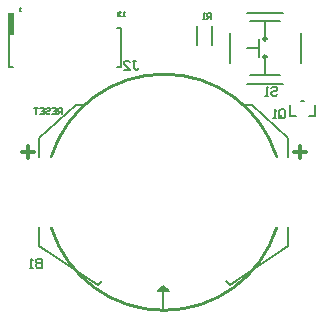
<source format=gbo>
G04*
G04 #@! TF.GenerationSoftware,Altium Limited,Altium Designer,18.1.9 (240)*
G04*
G04 Layer_Color=32896*
%FSLAX24Y24*%
%MOIN*%
G70*
G01*
G75*
%ADD10C,0.0070*%
%ADD11C,0.0060*%
%ADD29C,0.0100*%
%ADD36C,0.0118*%
%ADD37C,0.0050*%
%ADD38R,0.0236X0.0778*%
D10*
X6334Y9725D02*
X6334Y9095D01*
X6846Y9095D02*
Y9725D01*
X10263Y7088D02*
X10263Y6714D01*
X10067Y6714D02*
X10263D01*
X9437Y6714D02*
X9633D01*
X9791Y7206D02*
X9909Y7206D01*
X9437Y7088D02*
X9437Y6714D01*
X70Y8350D02*
X218D01*
X70Y9650D02*
X218D01*
X3662Y8350D02*
X3810D01*
X3662Y9650D02*
X3810D01*
Y8350D02*
Y9650D01*
X70Y8350D02*
Y9650D01*
X8010Y8995D02*
X8410D01*
Y8695D02*
Y9295D01*
X8610D02*
Y9895D01*
Y8095D02*
Y8695D01*
X8120Y8095D02*
X9120D01*
X8120Y9895D02*
X9120D01*
X9800Y8480D02*
Y9480D01*
X8020Y7800D02*
X9220D01*
X7440Y8480D02*
Y9480D01*
X8020Y10160D02*
X9220D01*
X2291Y7080D02*
X2573D01*
X7907D02*
X8189D01*
X7313Y1208D02*
X7441Y1080D01*
X3039D02*
X3167Y1208D01*
X9390Y5346D02*
Y5981D01*
Y2379D02*
Y3014D01*
X1090Y2379D02*
Y3014D01*
Y5346D02*
Y5981D01*
Y2379D02*
X3039Y1080D01*
X7441D02*
X9390Y2379D01*
X1090Y5981D02*
X2291Y7080D01*
X8189D02*
X9390Y5981D01*
X5220Y275D02*
Y1060D01*
X5397Y883D01*
X5043D02*
X5220Y1060D01*
X5043Y883D02*
X5397D01*
X5150Y950D02*
X5330D01*
X5142Y942D02*
X5150Y950D01*
X1850Y6790D02*
Y6990D01*
X1750D01*
X1717Y6957D01*
Y6890D01*
X1750Y6857D01*
X1850D01*
X1783D02*
X1717Y6790D01*
X1517Y6990D02*
X1650D01*
Y6790D01*
X1517D01*
X1650Y6890D02*
X1583D01*
X1317Y6957D02*
X1350Y6990D01*
X1417D01*
X1450Y6957D01*
Y6923D01*
X1417Y6890D01*
X1350D01*
X1317Y6857D01*
Y6823D01*
X1350Y6790D01*
X1417D01*
X1450Y6823D01*
X1117Y6990D02*
X1250D01*
Y6790D01*
X1117D01*
X1250Y6890D02*
X1184D01*
X1050Y6990D02*
X917D01*
X984D01*
Y6790D01*
D11*
X8820Y7640D02*
X8870Y7690D01*
X8970D01*
X9020Y7640D01*
Y7590D01*
X8970Y7540D01*
X8870D01*
X8820Y7490D01*
Y7440D01*
X8870Y7390D01*
X8970D01*
X9020Y7440D01*
X8720Y7390D02*
X8620D01*
X8670D01*
Y7690D01*
X8720Y7640D01*
X6800Y9970D02*
Y10170D01*
X6700D01*
X6667Y10137D01*
Y10070D01*
X6700Y10037D01*
X6800D01*
X6733D02*
X6667Y9970D01*
X6600D02*
X6533D01*
X6567D01*
Y10170D01*
X6600Y10137D01*
X9090Y6700D02*
Y6900D01*
X9140Y6950D01*
X9240D01*
X9290Y6900D01*
Y6700D01*
X9240Y6650D01*
X9140D01*
X9190Y6750D02*
X9090Y6650D01*
X9140D02*
X9090Y6700D01*
X8990Y6650D02*
X8890D01*
X8940D01*
Y6950D01*
X8990Y6900D01*
X4200Y8560D02*
X4300D01*
X4250D01*
Y8310D01*
X4300Y8260D01*
X4350D01*
X4400Y8310D01*
X3900Y8260D02*
X4100D01*
X3900Y8460D01*
Y8510D01*
X3950Y8560D01*
X4050D01*
X4100Y8510D01*
X1160Y1970D02*
Y1670D01*
X1010D01*
X960Y1720D01*
Y1770D01*
X1010Y1820D01*
X1160D01*
X1010D01*
X960Y1870D01*
Y1920D01*
X1010Y1970D01*
X1160D01*
X860Y1670D02*
X760D01*
X810D01*
Y1970D01*
X860Y1920D01*
D29*
X8660Y8695D02*
G03*
X8660Y8695I-50J0D01*
G01*
Y9295D02*
G03*
X8660Y9295I-50J0D01*
G01*
X1489Y2983D02*
G03*
X8993Y2989I3751J1197D01*
G01*
X8994Y5367D02*
G03*
X1486Y5366I-3754J-1187D01*
G01*
D36*
X712Y5332D02*
Y5725D01*
X516Y5528D02*
X909D01*
X9567Y5528D02*
X9960D01*
X9764Y5332D02*
Y5725D01*
D37*
X3930Y10040D02*
X3880D01*
X3905D01*
Y10190D01*
X3930Y10165D01*
X3805D02*
X3780Y10190D01*
X3730D01*
X3705Y10165D01*
Y10140D01*
X3730Y10115D01*
X3755D01*
X3730D01*
X3705Y10090D01*
Y10065D01*
X3730Y10040D01*
X3780D01*
X3805Y10065D01*
X460Y10220D02*
X427D01*
X443D01*
Y10320D01*
X460Y10303D01*
D38*
X149Y9773D02*
D03*
M02*

</source>
